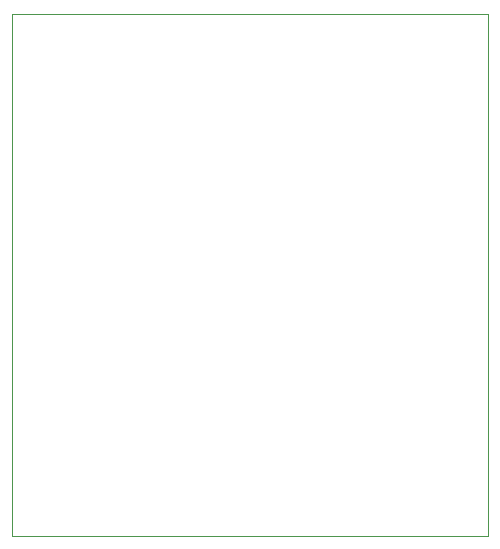
<source format=gbr>
%TF.GenerationSoftware,KiCad,Pcbnew,5.1.7-a382d34a88~89~ubuntu20.04.1*%
%TF.CreationDate,2021-11-17T19:13:42+01:00*%
%TF.ProjectId,miniWhip,6d696e69-5768-4697-902e-6b696361645f,rev?*%
%TF.SameCoordinates,Original*%
%TF.FileFunction,Profile,NP*%
%FSLAX46Y46*%
G04 Gerber Fmt 4.6, Leading zero omitted, Abs format (unit mm)*
G04 Created by KiCad (PCBNEW 5.1.7-a382d34a88~89~ubuntu20.04.1) date 2021-11-17 19:13:42*
%MOMM*%
%LPD*%
G01*
G04 APERTURE LIST*
%TA.AperFunction,Profile*%
%ADD10C,0.050000*%
%TD*%
G04 APERTURE END LIST*
D10*
X71247000Y-73474000D02*
X71247000Y-29273500D01*
X30971000Y-29274000D02*
X71247000Y-29273500D01*
X30971000Y-73474000D02*
X71247000Y-73474000D01*
X30971000Y-29274000D02*
X30971000Y-73474000D01*
M02*

</source>
